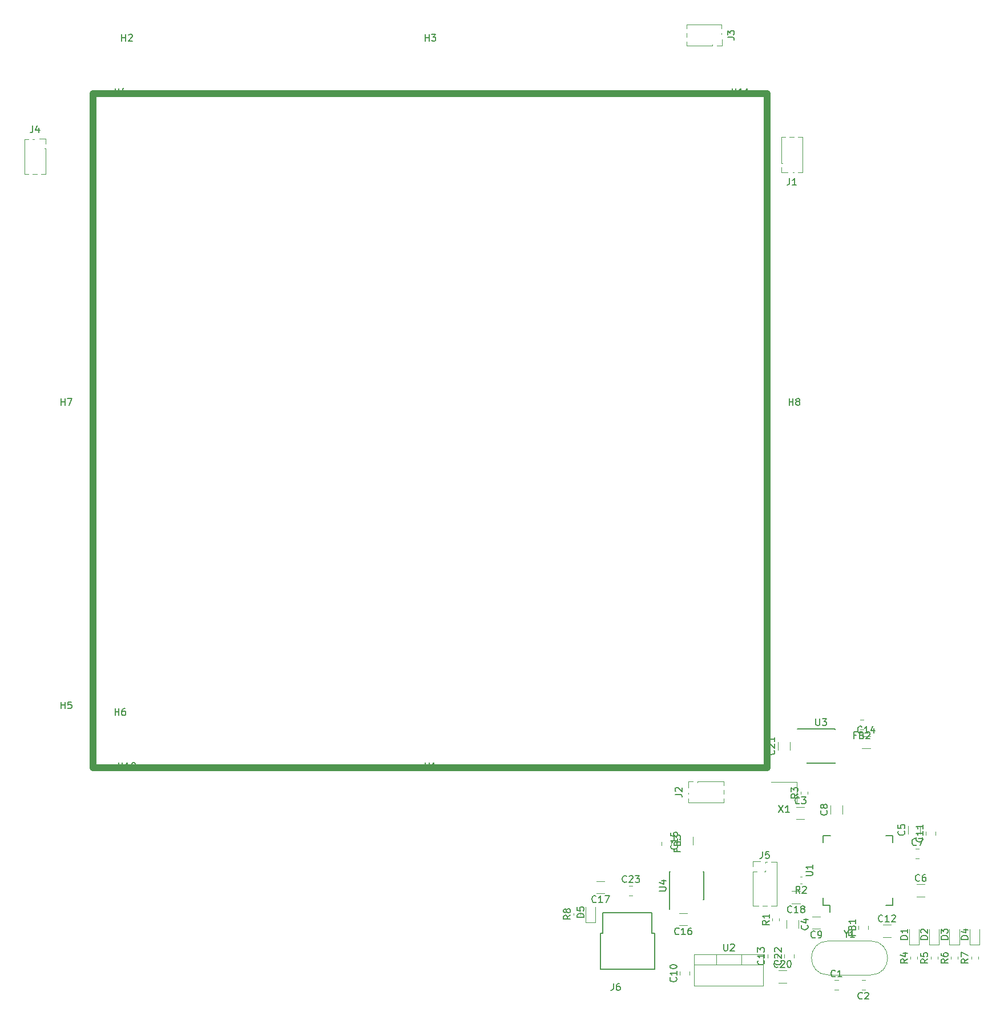
<source format=gto>
G04 #@! TF.GenerationSoftware,KiCad,Pcbnew,5.0.1*
G04 #@! TF.CreationDate,2019-01-16T19:26:08-05:00*
G04 #@! TF.ProjectId,main,6D61696E2E6B696361645F7063620000,rev?*
G04 #@! TF.SameCoordinates,Original*
G04 #@! TF.FileFunction,Legend,Top*
G04 #@! TF.FilePolarity,Positive*
%FSLAX46Y46*%
G04 Gerber Fmt 4.6, Leading zero omitted, Abs format (unit mm)*
G04 Created by KiCad (PCBNEW 5.0.1) date Wed 16 Jan 2019 07:26:08 PM EST*
%MOMM*%
%LPD*%
G01*
G04 APERTURE LIST*
%ADD10C,1.000000*%
%ADD11C,0.150000*%
%ADD12C,0.120000*%
G04 APERTURE END LIST*
D10*
X15000000Y-15000000D02*
X115000000Y-15000000D01*
X115000000Y-15000000D02*
X115000000Y-115000000D01*
X15000000Y-115000000D02*
X115000000Y-115000000D01*
X15000000Y-15000000D02*
X15000000Y-115000000D01*
D11*
G04 #@! TO.C,J6*
X90250000Y-144930000D02*
X98250000Y-144930000D01*
X98250000Y-139580000D02*
X98250000Y-144940000D01*
X90250000Y-139580000D02*
X90250000Y-144930000D01*
X90605000Y-136520000D02*
X97895000Y-136520000D01*
X97895000Y-136520000D02*
X97895000Y-139580000D01*
X90605000Y-136520000D02*
X90605000Y-139580000D01*
X97895000Y-139580000D02*
X98250000Y-139580000D01*
X90605000Y-139580000D02*
X90250000Y-139580000D01*
D12*
G04 #@! TO.C,R1*
X116760000Y-137700279D02*
X116760000Y-137374721D01*
X115740000Y-137700279D02*
X115740000Y-137374721D01*
G04 #@! TO.C,C4*
X119660000Y-137647936D02*
X119660000Y-138852064D01*
X117840000Y-137647936D02*
X117840000Y-138852064D01*
G04 #@! TO.C,C22*
X118960000Y-143258578D02*
X118960000Y-142741422D01*
X117540000Y-143258578D02*
X117540000Y-142741422D01*
G04 #@! TO.C,C13*
X115040000Y-143258578D02*
X115040000Y-142741422D01*
X116460000Y-143258578D02*
X116460000Y-142741422D01*
G04 #@! TO.C,C11*
X139960000Y-125008578D02*
X139960000Y-124491422D01*
X138540000Y-125008578D02*
X138540000Y-124491422D01*
G04 #@! TO.C,C10*
X102040000Y-145758578D02*
X102040000Y-145241422D01*
X103460000Y-145758578D02*
X103460000Y-145241422D01*
G04 #@! TO.C,C7*
X136991422Y-128460000D02*
X137508578Y-128460000D01*
X136991422Y-127040000D02*
X137508578Y-127040000D01*
G04 #@! TO.C,C1*
X124991422Y-146540000D02*
X125508578Y-146540000D01*
X124991422Y-147960000D02*
X125508578Y-147960000D01*
G04 #@! TO.C,C23*
X94491422Y-133960000D02*
X95008578Y-133960000D01*
X94491422Y-132540000D02*
X95008578Y-132540000D01*
G04 #@! TO.C,C2*
X129508578Y-147960000D02*
X128991422Y-147960000D01*
X129508578Y-146540000D02*
X128991422Y-146540000D01*
G04 #@! TO.C,C6*
X137147936Y-132340000D02*
X138352064Y-132340000D01*
X137147936Y-134160000D02*
X138352064Y-134160000D01*
G04 #@! TO.C,C5*
X137660000Y-124852064D02*
X137660000Y-123647936D01*
X135840000Y-124852064D02*
X135840000Y-123647936D01*
G04 #@! TO.C,C8*
X124340000Y-121852064D02*
X124340000Y-120647936D01*
X126160000Y-121852064D02*
X126160000Y-120647936D01*
G04 #@! TO.C,C9*
X122852064Y-137090000D02*
X121647936Y-137090000D01*
X122852064Y-138910000D02*
X121647936Y-138910000D01*
G04 #@! TO.C,C3*
X119297936Y-122660000D02*
X120502064Y-122660000D01*
X119297936Y-120840000D02*
X120502064Y-120840000D01*
G04 #@! TO.C,C12*
X132147936Y-138340000D02*
X133352064Y-138340000D01*
X132147936Y-140160000D02*
X133352064Y-140160000D01*
G04 #@! TO.C,C14*
X129061673Y-112160000D02*
X130265801Y-112160000D01*
X129061673Y-110340000D02*
X130265801Y-110340000D01*
G04 #@! TO.C,C15*
X102120000Y-126472064D02*
X102120000Y-125267936D01*
X103940000Y-126472064D02*
X103940000Y-125267936D01*
G04 #@! TO.C,C17*
X90852064Y-131840000D02*
X89647936Y-131840000D01*
X90852064Y-133660000D02*
X89647936Y-133660000D01*
G04 #@! TO.C,C18*
X119852064Y-135160000D02*
X118647936Y-135160000D01*
X119852064Y-133340000D02*
X118647936Y-133340000D01*
G04 #@! TO.C,C20*
X116647936Y-145090000D02*
X117852064Y-145090000D01*
X116647936Y-146910000D02*
X117852064Y-146910000D01*
G04 #@! TO.C,C21*
X118364145Y-112409442D02*
X118364145Y-111205314D01*
X116544145Y-112409442D02*
X116544145Y-111205314D01*
G04 #@! TO.C,C16*
X103132064Y-138430000D02*
X101927936Y-138430000D01*
X103132064Y-136610000D02*
X101927936Y-136610000D01*
G04 #@! TO.C,J5*
X112850000Y-135485000D02*
X113672470Y-135485000D01*
X115557530Y-135485000D02*
X116380000Y-135485000D01*
X114287530Y-135485000D02*
X114942470Y-135485000D01*
X112850000Y-130470000D02*
X112850000Y-135485000D01*
X116380000Y-129015000D02*
X116380000Y-135485000D01*
X112850000Y-130470000D02*
X113416529Y-130470000D01*
X114543471Y-130470000D02*
X114686529Y-130470000D01*
X114740000Y-130416529D02*
X114740000Y-130273471D01*
X114740000Y-129146529D02*
X114740000Y-129015000D01*
X114740000Y-129015000D02*
X114942470Y-129015000D01*
X115557530Y-129015000D02*
X116380000Y-129015000D01*
X112850000Y-129710000D02*
X112850000Y-128950000D01*
X112850000Y-128950000D02*
X113980000Y-128950000D01*
G04 #@! TO.C,J2*
X103240000Y-118000000D02*
X103240000Y-117050000D01*
X103240000Y-117050000D02*
X104000000Y-117050000D01*
X104635000Y-117240000D02*
X104635000Y-117050000D01*
X104635000Y-117050000D02*
X108505000Y-117050000D01*
X108505000Y-118962470D02*
X108505000Y-118307530D01*
X108505000Y-120220000D02*
X108505000Y-119577530D01*
X108505000Y-117692470D02*
X108505000Y-117050000D01*
X103305000Y-120220000D02*
X108505000Y-120220000D01*
X103305000Y-118962470D02*
X103305000Y-118760000D01*
X103305000Y-120220000D02*
X103305000Y-119577530D01*
G04 #@! TO.C,J1*
X120220000Y-26695000D02*
X119577530Y-26695000D01*
X118962470Y-26695000D02*
X118760000Y-26695000D01*
X120220000Y-26695000D02*
X120220000Y-21495000D01*
X117692470Y-21495000D02*
X117050000Y-21495000D01*
X120220000Y-21495000D02*
X119577530Y-21495000D01*
X118962470Y-21495000D02*
X118307530Y-21495000D01*
X117050000Y-25365000D02*
X117050000Y-21495000D01*
X117240000Y-25365000D02*
X117050000Y-25365000D01*
X117050000Y-26760000D02*
X117050000Y-26000000D01*
X118000000Y-26760000D02*
X117050000Y-26760000D01*
G04 #@! TO.C,J3*
X108260000Y-7000000D02*
X108260000Y-7950000D01*
X108260000Y-7950000D02*
X107500000Y-7950000D01*
X106865000Y-7760000D02*
X106865000Y-7950000D01*
X106865000Y-7950000D02*
X102995000Y-7950000D01*
X102995000Y-6037530D02*
X102995000Y-6692470D01*
X102995000Y-4780000D02*
X102995000Y-5422470D01*
X102995000Y-7307530D02*
X102995000Y-7950000D01*
X108195000Y-4780000D02*
X102995000Y-4780000D01*
X108195000Y-6037530D02*
X108195000Y-6240000D01*
X108195000Y-4780000D02*
X108195000Y-5422470D01*
G04 #@! TO.C,J4*
X4780000Y-21805000D02*
X5422470Y-21805000D01*
X6037530Y-21805000D02*
X6240000Y-21805000D01*
X4780000Y-21805000D02*
X4780000Y-27005000D01*
X7307530Y-27005000D02*
X7950000Y-27005000D01*
X4780000Y-27005000D02*
X5422470Y-27005000D01*
X6037530Y-27005000D02*
X6692470Y-27005000D01*
X7950000Y-23135000D02*
X7950000Y-27005000D01*
X7760000Y-23135000D02*
X7950000Y-23135000D01*
X7950000Y-21740000D02*
X7950000Y-22500000D01*
X7000000Y-21740000D02*
X7950000Y-21740000D01*
G04 #@! TO.C,Y1*
X124065000Y-140725000D02*
X130315000Y-140725000D01*
X124065000Y-145775000D02*
X130315000Y-145775000D01*
X124065000Y-145775000D02*
G75*
G02X124065000Y-140725000I0J2525000D01*
G01*
X130315000Y-145775000D02*
G75*
G03X130315000Y-140725000I0J2525000D01*
G01*
G04 #@! TO.C,FB1*
X128540000Y-139008578D02*
X128540000Y-138491422D01*
X129960000Y-139008578D02*
X129960000Y-138491422D01*
G04 #@! TO.C,FB2*
X129258578Y-107918900D02*
X128741422Y-107918900D01*
X129258578Y-109338900D02*
X128741422Y-109338900D01*
G04 #@! TO.C,FB3*
X100740000Y-126011422D02*
X100740000Y-126528578D01*
X99320000Y-126011422D02*
X99320000Y-126528578D01*
G04 #@! TO.C,D1*
X136015000Y-138950000D02*
X136015000Y-141235000D01*
X136015000Y-141235000D02*
X137485000Y-141235000D01*
X137485000Y-141235000D02*
X137485000Y-138950000D01*
G04 #@! TO.C,D2*
X140485000Y-141235000D02*
X140485000Y-138950000D01*
X139015000Y-141235000D02*
X140485000Y-141235000D01*
X139015000Y-138950000D02*
X139015000Y-141235000D01*
G04 #@! TO.C,D3*
X142015000Y-138950000D02*
X142015000Y-141235000D01*
X142015000Y-141235000D02*
X143485000Y-141235000D01*
X143485000Y-141235000D02*
X143485000Y-138950000D01*
G04 #@! TO.C,D4*
X146485000Y-141235000D02*
X146485000Y-138950000D01*
X145015000Y-141235000D02*
X146485000Y-141235000D01*
X145015000Y-138950000D02*
X145015000Y-141235000D01*
G04 #@! TO.C,D5*
X88015000Y-135662500D02*
X88015000Y-137947500D01*
X88015000Y-137947500D02*
X89485000Y-137947500D01*
X89485000Y-137947500D02*
X89485000Y-135662500D01*
G04 #@! TO.C,X1*
X119400000Y-120325000D02*
X119400000Y-117175000D01*
X119400000Y-117175000D02*
X115600000Y-117175000D01*
D11*
G04 #@! TO.C,U1*
X123275000Y-135425000D02*
X124275000Y-135425000D01*
X123275000Y-125075000D02*
X124350000Y-125075000D01*
X133625000Y-125075000D02*
X132550000Y-125075000D01*
X133625000Y-135425000D02*
X132550000Y-135425000D01*
X123275000Y-135425000D02*
X123275000Y-134350000D01*
X133625000Y-135425000D02*
X133625000Y-134350000D01*
X133625000Y-125075000D02*
X133625000Y-126150000D01*
X123275000Y-125075000D02*
X123275000Y-126150000D01*
X124275000Y-135425000D02*
X124275000Y-136450000D01*
G04 #@! TO.C,U3*
X120879145Y-109282378D02*
X119479145Y-109282378D01*
X120879145Y-114382378D02*
X125029145Y-114382378D01*
X120879145Y-109232378D02*
X125029145Y-109232378D01*
X120879145Y-114382378D02*
X120879145Y-114237378D01*
X125029145Y-114382378D02*
X125029145Y-114237378D01*
X125029145Y-109232378D02*
X125029145Y-109377378D01*
X120879145Y-109232378D02*
X120879145Y-109282378D01*
G04 #@! TO.C,U4*
X100455000Y-134595000D02*
X100505000Y-134595000D01*
X100455000Y-130445000D02*
X100600000Y-130445000D01*
X105605000Y-130445000D02*
X105460000Y-130445000D01*
X105605000Y-134595000D02*
X105460000Y-134595000D01*
X100455000Y-134595000D02*
X100455000Y-130445000D01*
X105605000Y-134595000D02*
X105605000Y-130445000D01*
X100505000Y-134595000D02*
X100505000Y-135995000D01*
D12*
G04 #@! TO.C,U2*
X104170000Y-142730000D02*
X114410000Y-142730000D01*
X104170000Y-147371000D02*
X114410000Y-147371000D01*
X104170000Y-142730000D02*
X104170000Y-147371000D01*
X114410000Y-142730000D02*
X114410000Y-147371000D01*
X104170000Y-144240000D02*
X114410000Y-144240000D01*
X107440000Y-142730000D02*
X107440000Y-144240000D01*
X111141000Y-142730000D02*
X111141000Y-144240000D01*
G04 #@! TO.C,R2*
X120162779Y-132260000D02*
X119837221Y-132260000D01*
X120162779Y-131240000D02*
X119837221Y-131240000D01*
G04 #@! TO.C,R3*
X121010000Y-118912779D02*
X121010000Y-118587221D01*
X119990000Y-118912779D02*
X119990000Y-118587221D01*
G04 #@! TO.C,R4*
X136240000Y-143412779D02*
X136240000Y-143087221D01*
X137260000Y-143412779D02*
X137260000Y-143087221D01*
G04 #@! TO.C,R5*
X140260000Y-143412779D02*
X140260000Y-143087221D01*
X139240000Y-143412779D02*
X139240000Y-143087221D01*
G04 #@! TO.C,R6*
X142240000Y-143412779D02*
X142240000Y-143087221D01*
X143260000Y-143412779D02*
X143260000Y-143087221D01*
G04 #@! TO.C,R7*
X146260000Y-143412779D02*
X146260000Y-143087221D01*
X145240000Y-143412779D02*
X145240000Y-143087221D01*
G04 #@! TO.C,R8*
X86240000Y-136912779D02*
X86240000Y-136587221D01*
X87260000Y-136912779D02*
X87260000Y-136587221D01*
G04 #@! TO.C,J6*
D11*
X92166666Y-147040380D02*
X92166666Y-147754666D01*
X92119047Y-147897523D01*
X92023809Y-147992761D01*
X91880952Y-148040380D01*
X91785714Y-148040380D01*
X93071428Y-147040380D02*
X92880952Y-147040380D01*
X92785714Y-147088000D01*
X92738095Y-147135619D01*
X92642857Y-147278476D01*
X92595238Y-147468952D01*
X92595238Y-147849904D01*
X92642857Y-147945142D01*
X92690476Y-147992761D01*
X92785714Y-148040380D01*
X92976190Y-148040380D01*
X93071428Y-147992761D01*
X93119047Y-147945142D01*
X93166666Y-147849904D01*
X93166666Y-147611809D01*
X93119047Y-147516571D01*
X93071428Y-147468952D01*
X92976190Y-147421333D01*
X92785714Y-147421333D01*
X92690476Y-147468952D01*
X92642857Y-147516571D01*
X92595238Y-147611809D01*
G04 #@! TO.C,H4*
X18238095Y-15252380D02*
X18238095Y-14252380D01*
X18238095Y-14728571D02*
X18809523Y-14728571D01*
X18809523Y-15252380D02*
X18809523Y-14252380D01*
X19714285Y-14585714D02*
X19714285Y-15252380D01*
X19476190Y-14204761D02*
X19238095Y-14919047D01*
X19857142Y-14919047D01*
G04 #@! TO.C,H3*
X64238095Y-7252380D02*
X64238095Y-6252380D01*
X64238095Y-6728571D02*
X64809523Y-6728571D01*
X64809523Y-7252380D02*
X64809523Y-6252380D01*
X65190476Y-6252380D02*
X65809523Y-6252380D01*
X65476190Y-6633333D01*
X65619047Y-6633333D01*
X65714285Y-6680952D01*
X65761904Y-6728571D01*
X65809523Y-6823809D01*
X65809523Y-7061904D01*
X65761904Y-7157142D01*
X65714285Y-7204761D01*
X65619047Y-7252380D01*
X65333333Y-7252380D01*
X65238095Y-7204761D01*
X65190476Y-7157142D01*
G04 #@! TO.C,H2*
X19238095Y-7252380D02*
X19238095Y-6252380D01*
X19238095Y-6728571D02*
X19809523Y-6728571D01*
X19809523Y-7252380D02*
X19809523Y-6252380D01*
X20238095Y-6347619D02*
X20285714Y-6300000D01*
X20380952Y-6252380D01*
X20619047Y-6252380D01*
X20714285Y-6300000D01*
X20761904Y-6347619D01*
X20809523Y-6442857D01*
X20809523Y-6538095D01*
X20761904Y-6680952D01*
X20190476Y-7252380D01*
X20809523Y-7252380D01*
G04 #@! TO.C,H1*
X64238095Y-115252380D02*
X64238095Y-114252380D01*
X64238095Y-114728571D02*
X64809523Y-114728571D01*
X64809523Y-115252380D02*
X64809523Y-114252380D01*
X65809523Y-115252380D02*
X65238095Y-115252380D01*
X65523809Y-115252380D02*
X65523809Y-114252380D01*
X65428571Y-114395238D01*
X65333333Y-114490476D01*
X65238095Y-114538095D01*
G04 #@! TO.C,H5*
X10238095Y-106252380D02*
X10238095Y-105252380D01*
X10238095Y-105728571D02*
X10809523Y-105728571D01*
X10809523Y-106252380D02*
X10809523Y-105252380D01*
X11761904Y-105252380D02*
X11285714Y-105252380D01*
X11238095Y-105728571D01*
X11285714Y-105680952D01*
X11380952Y-105633333D01*
X11619047Y-105633333D01*
X11714285Y-105680952D01*
X11761904Y-105728571D01*
X11809523Y-105823809D01*
X11809523Y-106061904D01*
X11761904Y-106157142D01*
X11714285Y-106204761D01*
X11619047Y-106252380D01*
X11380952Y-106252380D01*
X11285714Y-106204761D01*
X11238095Y-106157142D01*
G04 #@! TO.C,H7*
X10238095Y-61252380D02*
X10238095Y-60252380D01*
X10238095Y-60728571D02*
X10809523Y-60728571D01*
X10809523Y-61252380D02*
X10809523Y-60252380D01*
X11190476Y-60252380D02*
X11857142Y-60252380D01*
X11428571Y-61252380D01*
G04 #@! TO.C,H8*
X118238095Y-61252380D02*
X118238095Y-60252380D01*
X118238095Y-60728571D02*
X118809523Y-60728571D01*
X118809523Y-61252380D02*
X118809523Y-60252380D01*
X119428571Y-60680952D02*
X119333333Y-60633333D01*
X119285714Y-60585714D01*
X119238095Y-60490476D01*
X119238095Y-60442857D01*
X119285714Y-60347619D01*
X119333333Y-60300000D01*
X119428571Y-60252380D01*
X119619047Y-60252380D01*
X119714285Y-60300000D01*
X119761904Y-60347619D01*
X119809523Y-60442857D01*
X119809523Y-60490476D01*
X119761904Y-60585714D01*
X119714285Y-60633333D01*
X119619047Y-60680952D01*
X119428571Y-60680952D01*
X119333333Y-60728571D01*
X119285714Y-60776190D01*
X119238095Y-60871428D01*
X119238095Y-61061904D01*
X119285714Y-61157142D01*
X119333333Y-61204761D01*
X119428571Y-61252380D01*
X119619047Y-61252380D01*
X119714285Y-61204761D01*
X119761904Y-61157142D01*
X119809523Y-61061904D01*
X119809523Y-60871428D01*
X119761904Y-60776190D01*
X119714285Y-60728571D01*
X119619047Y-60680952D01*
G04 #@! TO.C,H10*
X18761904Y-115252380D02*
X18761904Y-114252380D01*
X18761904Y-114728571D02*
X19333333Y-114728571D01*
X19333333Y-115252380D02*
X19333333Y-114252380D01*
X20333333Y-115252380D02*
X19761904Y-115252380D01*
X20047619Y-115252380D02*
X20047619Y-114252380D01*
X19952380Y-114395238D01*
X19857142Y-114490476D01*
X19761904Y-114538095D01*
X20952380Y-114252380D02*
X21047619Y-114252380D01*
X21142857Y-114300000D01*
X21190476Y-114347619D01*
X21238095Y-114442857D01*
X21285714Y-114633333D01*
X21285714Y-114871428D01*
X21238095Y-115061904D01*
X21190476Y-115157142D01*
X21142857Y-115204761D01*
X21047619Y-115252380D01*
X20952380Y-115252380D01*
X20857142Y-115204761D01*
X20809523Y-115157142D01*
X20761904Y-115061904D01*
X20714285Y-114871428D01*
X20714285Y-114633333D01*
X20761904Y-114442857D01*
X20809523Y-114347619D01*
X20857142Y-114300000D01*
X20952380Y-114252380D01*
G04 #@! TO.C,H11*
X109761904Y-15252380D02*
X109761904Y-14252380D01*
X109761904Y-14728571D02*
X110333333Y-14728571D01*
X110333333Y-15252380D02*
X110333333Y-14252380D01*
X111333333Y-15252380D02*
X110761904Y-15252380D01*
X111047619Y-15252380D02*
X111047619Y-14252380D01*
X110952380Y-14395238D01*
X110857142Y-14490476D01*
X110761904Y-14538095D01*
X112285714Y-15252380D02*
X111714285Y-15252380D01*
X112000000Y-15252380D02*
X112000000Y-14252380D01*
X111904761Y-14395238D01*
X111809523Y-14490476D01*
X111714285Y-14538095D01*
G04 #@! TO.C,H6*
X18238095Y-107252380D02*
X18238095Y-106252380D01*
X18238095Y-106728571D02*
X18809523Y-106728571D01*
X18809523Y-107252380D02*
X18809523Y-106252380D01*
X19714285Y-106252380D02*
X19523809Y-106252380D01*
X19428571Y-106300000D01*
X19380952Y-106347619D01*
X19285714Y-106490476D01*
X19238095Y-106680952D01*
X19238095Y-107061904D01*
X19285714Y-107157142D01*
X19333333Y-107204761D01*
X19428571Y-107252380D01*
X19619047Y-107252380D01*
X19714285Y-107204761D01*
X19761904Y-107157142D01*
X19809523Y-107061904D01*
X19809523Y-106823809D01*
X19761904Y-106728571D01*
X19714285Y-106680952D01*
X19619047Y-106633333D01*
X19428571Y-106633333D01*
X19333333Y-106680952D01*
X19285714Y-106728571D01*
X19238095Y-106823809D01*
G04 #@! TO.C,R1*
X115272380Y-137704166D02*
X114796190Y-138037500D01*
X115272380Y-138275595D02*
X114272380Y-138275595D01*
X114272380Y-137894642D01*
X114320000Y-137799404D01*
X114367619Y-137751785D01*
X114462857Y-137704166D01*
X114605714Y-137704166D01*
X114700952Y-137751785D01*
X114748571Y-137799404D01*
X114796190Y-137894642D01*
X114796190Y-138275595D01*
X115272380Y-136751785D02*
X115272380Y-137323214D01*
X115272380Y-137037500D02*
X114272380Y-137037500D01*
X114415238Y-137132738D01*
X114510476Y-137227976D01*
X114558095Y-137323214D01*
G04 #@! TO.C,C4*
X120927142Y-138416666D02*
X120974761Y-138464285D01*
X121022380Y-138607142D01*
X121022380Y-138702380D01*
X120974761Y-138845238D01*
X120879523Y-138940476D01*
X120784285Y-138988095D01*
X120593809Y-139035714D01*
X120450952Y-139035714D01*
X120260476Y-138988095D01*
X120165238Y-138940476D01*
X120070000Y-138845238D01*
X120022380Y-138702380D01*
X120022380Y-138607142D01*
X120070000Y-138464285D01*
X120117619Y-138416666D01*
X120355714Y-137559523D02*
X121022380Y-137559523D01*
X119974761Y-137797619D02*
X120689047Y-138035714D01*
X120689047Y-137416666D01*
G04 #@! TO.C,C22*
X116957142Y-143642857D02*
X117004761Y-143690476D01*
X117052380Y-143833333D01*
X117052380Y-143928571D01*
X117004761Y-144071428D01*
X116909523Y-144166666D01*
X116814285Y-144214285D01*
X116623809Y-144261904D01*
X116480952Y-144261904D01*
X116290476Y-144214285D01*
X116195238Y-144166666D01*
X116100000Y-144071428D01*
X116052380Y-143928571D01*
X116052380Y-143833333D01*
X116100000Y-143690476D01*
X116147619Y-143642857D01*
X116147619Y-143261904D02*
X116100000Y-143214285D01*
X116052380Y-143119047D01*
X116052380Y-142880952D01*
X116100000Y-142785714D01*
X116147619Y-142738095D01*
X116242857Y-142690476D01*
X116338095Y-142690476D01*
X116480952Y-142738095D01*
X117052380Y-143309523D01*
X117052380Y-142690476D01*
X116147619Y-142309523D02*
X116100000Y-142261904D01*
X116052380Y-142166666D01*
X116052380Y-141928571D01*
X116100000Y-141833333D01*
X116147619Y-141785714D01*
X116242857Y-141738095D01*
X116338095Y-141738095D01*
X116480952Y-141785714D01*
X117052380Y-142357142D01*
X117052380Y-141738095D01*
G04 #@! TO.C,C13*
X114457142Y-143642857D02*
X114504761Y-143690476D01*
X114552380Y-143833333D01*
X114552380Y-143928571D01*
X114504761Y-144071428D01*
X114409523Y-144166666D01*
X114314285Y-144214285D01*
X114123809Y-144261904D01*
X113980952Y-144261904D01*
X113790476Y-144214285D01*
X113695238Y-144166666D01*
X113600000Y-144071428D01*
X113552380Y-143928571D01*
X113552380Y-143833333D01*
X113600000Y-143690476D01*
X113647619Y-143642857D01*
X114552380Y-142690476D02*
X114552380Y-143261904D01*
X114552380Y-142976190D02*
X113552380Y-142976190D01*
X113695238Y-143071428D01*
X113790476Y-143166666D01*
X113838095Y-143261904D01*
X113552380Y-142357142D02*
X113552380Y-141738095D01*
X113933333Y-142071428D01*
X113933333Y-141928571D01*
X113980952Y-141833333D01*
X114028571Y-141785714D01*
X114123809Y-141738095D01*
X114361904Y-141738095D01*
X114457142Y-141785714D01*
X114504761Y-141833333D01*
X114552380Y-141928571D01*
X114552380Y-142214285D01*
X114504761Y-142309523D01*
X114457142Y-142357142D01*
G04 #@! TO.C,C11*
X137957142Y-125392857D02*
X138004761Y-125440476D01*
X138052380Y-125583333D01*
X138052380Y-125678571D01*
X138004761Y-125821428D01*
X137909523Y-125916666D01*
X137814285Y-125964285D01*
X137623809Y-126011904D01*
X137480952Y-126011904D01*
X137290476Y-125964285D01*
X137195238Y-125916666D01*
X137100000Y-125821428D01*
X137052380Y-125678571D01*
X137052380Y-125583333D01*
X137100000Y-125440476D01*
X137147619Y-125392857D01*
X138052380Y-124440476D02*
X138052380Y-125011904D01*
X138052380Y-124726190D02*
X137052380Y-124726190D01*
X137195238Y-124821428D01*
X137290476Y-124916666D01*
X137338095Y-125011904D01*
X138052380Y-123488095D02*
X138052380Y-124059523D01*
X138052380Y-123773809D02*
X137052380Y-123773809D01*
X137195238Y-123869047D01*
X137290476Y-123964285D01*
X137338095Y-124059523D01*
G04 #@! TO.C,C10*
X101457142Y-146142857D02*
X101504761Y-146190476D01*
X101552380Y-146333333D01*
X101552380Y-146428571D01*
X101504761Y-146571428D01*
X101409523Y-146666666D01*
X101314285Y-146714285D01*
X101123809Y-146761904D01*
X100980952Y-146761904D01*
X100790476Y-146714285D01*
X100695238Y-146666666D01*
X100600000Y-146571428D01*
X100552380Y-146428571D01*
X100552380Y-146333333D01*
X100600000Y-146190476D01*
X100647619Y-146142857D01*
X101552380Y-145190476D02*
X101552380Y-145761904D01*
X101552380Y-145476190D02*
X100552380Y-145476190D01*
X100695238Y-145571428D01*
X100790476Y-145666666D01*
X100838095Y-145761904D01*
X100552380Y-144571428D02*
X100552380Y-144476190D01*
X100600000Y-144380952D01*
X100647619Y-144333333D01*
X100742857Y-144285714D01*
X100933333Y-144238095D01*
X101171428Y-144238095D01*
X101361904Y-144285714D01*
X101457142Y-144333333D01*
X101504761Y-144380952D01*
X101552380Y-144476190D01*
X101552380Y-144571428D01*
X101504761Y-144666666D01*
X101457142Y-144714285D01*
X101361904Y-144761904D01*
X101171428Y-144809523D01*
X100933333Y-144809523D01*
X100742857Y-144761904D01*
X100647619Y-144714285D01*
X100600000Y-144666666D01*
X100552380Y-144571428D01*
G04 #@! TO.C,C7*
X137083333Y-126457142D02*
X137035714Y-126504761D01*
X136892857Y-126552380D01*
X136797619Y-126552380D01*
X136654761Y-126504761D01*
X136559523Y-126409523D01*
X136511904Y-126314285D01*
X136464285Y-126123809D01*
X136464285Y-125980952D01*
X136511904Y-125790476D01*
X136559523Y-125695238D01*
X136654761Y-125600000D01*
X136797619Y-125552380D01*
X136892857Y-125552380D01*
X137035714Y-125600000D01*
X137083333Y-125647619D01*
X137416666Y-125552380D02*
X138083333Y-125552380D01*
X137654761Y-126552380D01*
G04 #@! TO.C,C1*
X125083333Y-145957142D02*
X125035714Y-146004761D01*
X124892857Y-146052380D01*
X124797619Y-146052380D01*
X124654761Y-146004761D01*
X124559523Y-145909523D01*
X124511904Y-145814285D01*
X124464285Y-145623809D01*
X124464285Y-145480952D01*
X124511904Y-145290476D01*
X124559523Y-145195238D01*
X124654761Y-145100000D01*
X124797619Y-145052380D01*
X124892857Y-145052380D01*
X125035714Y-145100000D01*
X125083333Y-145147619D01*
X126035714Y-146052380D02*
X125464285Y-146052380D01*
X125750000Y-146052380D02*
X125750000Y-145052380D01*
X125654761Y-145195238D01*
X125559523Y-145290476D01*
X125464285Y-145338095D01*
G04 #@! TO.C,C23*
X94107142Y-131957142D02*
X94059523Y-132004761D01*
X93916666Y-132052380D01*
X93821428Y-132052380D01*
X93678571Y-132004761D01*
X93583333Y-131909523D01*
X93535714Y-131814285D01*
X93488095Y-131623809D01*
X93488095Y-131480952D01*
X93535714Y-131290476D01*
X93583333Y-131195238D01*
X93678571Y-131100000D01*
X93821428Y-131052380D01*
X93916666Y-131052380D01*
X94059523Y-131100000D01*
X94107142Y-131147619D01*
X94488095Y-131147619D02*
X94535714Y-131100000D01*
X94630952Y-131052380D01*
X94869047Y-131052380D01*
X94964285Y-131100000D01*
X95011904Y-131147619D01*
X95059523Y-131242857D01*
X95059523Y-131338095D01*
X95011904Y-131480952D01*
X94440476Y-132052380D01*
X95059523Y-132052380D01*
X95392857Y-131052380D02*
X96011904Y-131052380D01*
X95678571Y-131433333D01*
X95821428Y-131433333D01*
X95916666Y-131480952D01*
X95964285Y-131528571D01*
X96011904Y-131623809D01*
X96011904Y-131861904D01*
X95964285Y-131957142D01*
X95916666Y-132004761D01*
X95821428Y-132052380D01*
X95535714Y-132052380D01*
X95440476Y-132004761D01*
X95392857Y-131957142D01*
G04 #@! TO.C,C2*
X129083333Y-149257142D02*
X129035714Y-149304761D01*
X128892857Y-149352380D01*
X128797619Y-149352380D01*
X128654761Y-149304761D01*
X128559523Y-149209523D01*
X128511904Y-149114285D01*
X128464285Y-148923809D01*
X128464285Y-148780952D01*
X128511904Y-148590476D01*
X128559523Y-148495238D01*
X128654761Y-148400000D01*
X128797619Y-148352380D01*
X128892857Y-148352380D01*
X129035714Y-148400000D01*
X129083333Y-148447619D01*
X129464285Y-148447619D02*
X129511904Y-148400000D01*
X129607142Y-148352380D01*
X129845238Y-148352380D01*
X129940476Y-148400000D01*
X129988095Y-148447619D01*
X130035714Y-148542857D01*
X130035714Y-148638095D01*
X129988095Y-148780952D01*
X129416666Y-149352380D01*
X130035714Y-149352380D01*
G04 #@! TO.C,C6*
X137583333Y-131787142D02*
X137535714Y-131834761D01*
X137392857Y-131882380D01*
X137297619Y-131882380D01*
X137154761Y-131834761D01*
X137059523Y-131739523D01*
X137011904Y-131644285D01*
X136964285Y-131453809D01*
X136964285Y-131310952D01*
X137011904Y-131120476D01*
X137059523Y-131025238D01*
X137154761Y-130930000D01*
X137297619Y-130882380D01*
X137392857Y-130882380D01*
X137535714Y-130930000D01*
X137583333Y-130977619D01*
X138440476Y-130882380D02*
X138250000Y-130882380D01*
X138154761Y-130930000D01*
X138107142Y-130977619D01*
X138011904Y-131120476D01*
X137964285Y-131310952D01*
X137964285Y-131691904D01*
X138011904Y-131787142D01*
X138059523Y-131834761D01*
X138154761Y-131882380D01*
X138345238Y-131882380D01*
X138440476Y-131834761D01*
X138488095Y-131787142D01*
X138535714Y-131691904D01*
X138535714Y-131453809D01*
X138488095Y-131358571D01*
X138440476Y-131310952D01*
X138345238Y-131263333D01*
X138154761Y-131263333D01*
X138059523Y-131310952D01*
X138011904Y-131358571D01*
X137964285Y-131453809D01*
G04 #@! TO.C,C5*
X135287142Y-124416666D02*
X135334761Y-124464285D01*
X135382380Y-124607142D01*
X135382380Y-124702380D01*
X135334761Y-124845238D01*
X135239523Y-124940476D01*
X135144285Y-124988095D01*
X134953809Y-125035714D01*
X134810952Y-125035714D01*
X134620476Y-124988095D01*
X134525238Y-124940476D01*
X134430000Y-124845238D01*
X134382380Y-124702380D01*
X134382380Y-124607142D01*
X134430000Y-124464285D01*
X134477619Y-124416666D01*
X134382380Y-123511904D02*
X134382380Y-123988095D01*
X134858571Y-124035714D01*
X134810952Y-123988095D01*
X134763333Y-123892857D01*
X134763333Y-123654761D01*
X134810952Y-123559523D01*
X134858571Y-123511904D01*
X134953809Y-123464285D01*
X135191904Y-123464285D01*
X135287142Y-123511904D01*
X135334761Y-123559523D01*
X135382380Y-123654761D01*
X135382380Y-123892857D01*
X135334761Y-123988095D01*
X135287142Y-124035714D01*
G04 #@! TO.C,C8*
X123787142Y-121416666D02*
X123834761Y-121464285D01*
X123882380Y-121607142D01*
X123882380Y-121702380D01*
X123834761Y-121845238D01*
X123739523Y-121940476D01*
X123644285Y-121988095D01*
X123453809Y-122035714D01*
X123310952Y-122035714D01*
X123120476Y-121988095D01*
X123025238Y-121940476D01*
X122930000Y-121845238D01*
X122882380Y-121702380D01*
X122882380Y-121607142D01*
X122930000Y-121464285D01*
X122977619Y-121416666D01*
X123310952Y-120845238D02*
X123263333Y-120940476D01*
X123215714Y-120988095D01*
X123120476Y-121035714D01*
X123072857Y-121035714D01*
X122977619Y-120988095D01*
X122930000Y-120940476D01*
X122882380Y-120845238D01*
X122882380Y-120654761D01*
X122930000Y-120559523D01*
X122977619Y-120511904D01*
X123072857Y-120464285D01*
X123120476Y-120464285D01*
X123215714Y-120511904D01*
X123263333Y-120559523D01*
X123310952Y-120654761D01*
X123310952Y-120845238D01*
X123358571Y-120940476D01*
X123406190Y-120988095D01*
X123501428Y-121035714D01*
X123691904Y-121035714D01*
X123787142Y-120988095D01*
X123834761Y-120940476D01*
X123882380Y-120845238D01*
X123882380Y-120654761D01*
X123834761Y-120559523D01*
X123787142Y-120511904D01*
X123691904Y-120464285D01*
X123501428Y-120464285D01*
X123406190Y-120511904D01*
X123358571Y-120559523D01*
X123310952Y-120654761D01*
G04 #@! TO.C,C9*
X122083333Y-140177142D02*
X122035714Y-140224761D01*
X121892857Y-140272380D01*
X121797619Y-140272380D01*
X121654761Y-140224761D01*
X121559523Y-140129523D01*
X121511904Y-140034285D01*
X121464285Y-139843809D01*
X121464285Y-139700952D01*
X121511904Y-139510476D01*
X121559523Y-139415238D01*
X121654761Y-139320000D01*
X121797619Y-139272380D01*
X121892857Y-139272380D01*
X122035714Y-139320000D01*
X122083333Y-139367619D01*
X122559523Y-140272380D02*
X122750000Y-140272380D01*
X122845238Y-140224761D01*
X122892857Y-140177142D01*
X122988095Y-140034285D01*
X123035714Y-139843809D01*
X123035714Y-139462857D01*
X122988095Y-139367619D01*
X122940476Y-139320000D01*
X122845238Y-139272380D01*
X122654761Y-139272380D01*
X122559523Y-139320000D01*
X122511904Y-139367619D01*
X122464285Y-139462857D01*
X122464285Y-139700952D01*
X122511904Y-139796190D01*
X122559523Y-139843809D01*
X122654761Y-139891428D01*
X122845238Y-139891428D01*
X122940476Y-139843809D01*
X122988095Y-139796190D01*
X123035714Y-139700952D01*
G04 #@! TO.C,C3*
X119733333Y-120287142D02*
X119685714Y-120334761D01*
X119542857Y-120382380D01*
X119447619Y-120382380D01*
X119304761Y-120334761D01*
X119209523Y-120239523D01*
X119161904Y-120144285D01*
X119114285Y-119953809D01*
X119114285Y-119810952D01*
X119161904Y-119620476D01*
X119209523Y-119525238D01*
X119304761Y-119430000D01*
X119447619Y-119382380D01*
X119542857Y-119382380D01*
X119685714Y-119430000D01*
X119733333Y-119477619D01*
X120066666Y-119382380D02*
X120685714Y-119382380D01*
X120352380Y-119763333D01*
X120495238Y-119763333D01*
X120590476Y-119810952D01*
X120638095Y-119858571D01*
X120685714Y-119953809D01*
X120685714Y-120191904D01*
X120638095Y-120287142D01*
X120590476Y-120334761D01*
X120495238Y-120382380D01*
X120209523Y-120382380D01*
X120114285Y-120334761D01*
X120066666Y-120287142D01*
G04 #@! TO.C,C12*
X132107142Y-137787142D02*
X132059523Y-137834761D01*
X131916666Y-137882380D01*
X131821428Y-137882380D01*
X131678571Y-137834761D01*
X131583333Y-137739523D01*
X131535714Y-137644285D01*
X131488095Y-137453809D01*
X131488095Y-137310952D01*
X131535714Y-137120476D01*
X131583333Y-137025238D01*
X131678571Y-136930000D01*
X131821428Y-136882380D01*
X131916666Y-136882380D01*
X132059523Y-136930000D01*
X132107142Y-136977619D01*
X133059523Y-137882380D02*
X132488095Y-137882380D01*
X132773809Y-137882380D02*
X132773809Y-136882380D01*
X132678571Y-137025238D01*
X132583333Y-137120476D01*
X132488095Y-137168095D01*
X133440476Y-136977619D02*
X133488095Y-136930000D01*
X133583333Y-136882380D01*
X133821428Y-136882380D01*
X133916666Y-136930000D01*
X133964285Y-136977619D01*
X134011904Y-137072857D01*
X134011904Y-137168095D01*
X133964285Y-137310952D01*
X133392857Y-137882380D01*
X134011904Y-137882380D01*
G04 #@! TO.C,C14*
X129020879Y-109787142D02*
X128973260Y-109834761D01*
X128830403Y-109882380D01*
X128735165Y-109882380D01*
X128592308Y-109834761D01*
X128497070Y-109739523D01*
X128449451Y-109644285D01*
X128401832Y-109453809D01*
X128401832Y-109310952D01*
X128449451Y-109120476D01*
X128497070Y-109025238D01*
X128592308Y-108930000D01*
X128735165Y-108882380D01*
X128830403Y-108882380D01*
X128973260Y-108930000D01*
X129020879Y-108977619D01*
X129973260Y-109882380D02*
X129401832Y-109882380D01*
X129687546Y-109882380D02*
X129687546Y-108882380D01*
X129592308Y-109025238D01*
X129497070Y-109120476D01*
X129401832Y-109168095D01*
X130830403Y-109215714D02*
X130830403Y-109882380D01*
X130592308Y-108834761D02*
X130354213Y-109549047D01*
X130973260Y-109549047D01*
G04 #@! TO.C,C15*
X101567142Y-126512857D02*
X101614761Y-126560476D01*
X101662380Y-126703333D01*
X101662380Y-126798571D01*
X101614761Y-126941428D01*
X101519523Y-127036666D01*
X101424285Y-127084285D01*
X101233809Y-127131904D01*
X101090952Y-127131904D01*
X100900476Y-127084285D01*
X100805238Y-127036666D01*
X100710000Y-126941428D01*
X100662380Y-126798571D01*
X100662380Y-126703333D01*
X100710000Y-126560476D01*
X100757619Y-126512857D01*
X101662380Y-125560476D02*
X101662380Y-126131904D01*
X101662380Y-125846190D02*
X100662380Y-125846190D01*
X100805238Y-125941428D01*
X100900476Y-126036666D01*
X100948095Y-126131904D01*
X100662380Y-124655714D02*
X100662380Y-125131904D01*
X101138571Y-125179523D01*
X101090952Y-125131904D01*
X101043333Y-125036666D01*
X101043333Y-124798571D01*
X101090952Y-124703333D01*
X101138571Y-124655714D01*
X101233809Y-124608095D01*
X101471904Y-124608095D01*
X101567142Y-124655714D01*
X101614761Y-124703333D01*
X101662380Y-124798571D01*
X101662380Y-125036666D01*
X101614761Y-125131904D01*
X101567142Y-125179523D01*
G04 #@! TO.C,C17*
X89607142Y-134927142D02*
X89559523Y-134974761D01*
X89416666Y-135022380D01*
X89321428Y-135022380D01*
X89178571Y-134974761D01*
X89083333Y-134879523D01*
X89035714Y-134784285D01*
X88988095Y-134593809D01*
X88988095Y-134450952D01*
X89035714Y-134260476D01*
X89083333Y-134165238D01*
X89178571Y-134070000D01*
X89321428Y-134022380D01*
X89416666Y-134022380D01*
X89559523Y-134070000D01*
X89607142Y-134117619D01*
X90559523Y-135022380D02*
X89988095Y-135022380D01*
X90273809Y-135022380D02*
X90273809Y-134022380D01*
X90178571Y-134165238D01*
X90083333Y-134260476D01*
X89988095Y-134308095D01*
X90892857Y-134022380D02*
X91559523Y-134022380D01*
X91130952Y-135022380D01*
G04 #@! TO.C,C18*
X118607142Y-136427142D02*
X118559523Y-136474761D01*
X118416666Y-136522380D01*
X118321428Y-136522380D01*
X118178571Y-136474761D01*
X118083333Y-136379523D01*
X118035714Y-136284285D01*
X117988095Y-136093809D01*
X117988095Y-135950952D01*
X118035714Y-135760476D01*
X118083333Y-135665238D01*
X118178571Y-135570000D01*
X118321428Y-135522380D01*
X118416666Y-135522380D01*
X118559523Y-135570000D01*
X118607142Y-135617619D01*
X119559523Y-136522380D02*
X118988095Y-136522380D01*
X119273809Y-136522380D02*
X119273809Y-135522380D01*
X119178571Y-135665238D01*
X119083333Y-135760476D01*
X118988095Y-135808095D01*
X120130952Y-135950952D02*
X120035714Y-135903333D01*
X119988095Y-135855714D01*
X119940476Y-135760476D01*
X119940476Y-135712857D01*
X119988095Y-135617619D01*
X120035714Y-135570000D01*
X120130952Y-135522380D01*
X120321428Y-135522380D01*
X120416666Y-135570000D01*
X120464285Y-135617619D01*
X120511904Y-135712857D01*
X120511904Y-135760476D01*
X120464285Y-135855714D01*
X120416666Y-135903333D01*
X120321428Y-135950952D01*
X120130952Y-135950952D01*
X120035714Y-135998571D01*
X119988095Y-136046190D01*
X119940476Y-136141428D01*
X119940476Y-136331904D01*
X119988095Y-136427142D01*
X120035714Y-136474761D01*
X120130952Y-136522380D01*
X120321428Y-136522380D01*
X120416666Y-136474761D01*
X120464285Y-136427142D01*
X120511904Y-136331904D01*
X120511904Y-136141428D01*
X120464285Y-136046190D01*
X120416666Y-135998571D01*
X120321428Y-135950952D01*
G04 #@! TO.C,C20*
X116607142Y-144537142D02*
X116559523Y-144584761D01*
X116416666Y-144632380D01*
X116321428Y-144632380D01*
X116178571Y-144584761D01*
X116083333Y-144489523D01*
X116035714Y-144394285D01*
X115988095Y-144203809D01*
X115988095Y-144060952D01*
X116035714Y-143870476D01*
X116083333Y-143775238D01*
X116178571Y-143680000D01*
X116321428Y-143632380D01*
X116416666Y-143632380D01*
X116559523Y-143680000D01*
X116607142Y-143727619D01*
X116988095Y-143727619D02*
X117035714Y-143680000D01*
X117130952Y-143632380D01*
X117369047Y-143632380D01*
X117464285Y-143680000D01*
X117511904Y-143727619D01*
X117559523Y-143822857D01*
X117559523Y-143918095D01*
X117511904Y-144060952D01*
X116940476Y-144632380D01*
X117559523Y-144632380D01*
X118178571Y-143632380D02*
X118273809Y-143632380D01*
X118369047Y-143680000D01*
X118416666Y-143727619D01*
X118464285Y-143822857D01*
X118511904Y-144013333D01*
X118511904Y-144251428D01*
X118464285Y-144441904D01*
X118416666Y-144537142D01*
X118369047Y-144584761D01*
X118273809Y-144632380D01*
X118178571Y-144632380D01*
X118083333Y-144584761D01*
X118035714Y-144537142D01*
X117988095Y-144441904D01*
X117940476Y-144251428D01*
X117940476Y-144013333D01*
X117988095Y-143822857D01*
X118035714Y-143727619D01*
X118083333Y-143680000D01*
X118178571Y-143632380D01*
G04 #@! TO.C,C21*
X115991287Y-112450235D02*
X116038906Y-112497854D01*
X116086525Y-112640711D01*
X116086525Y-112735949D01*
X116038906Y-112878806D01*
X115943668Y-112974044D01*
X115848430Y-113021663D01*
X115657954Y-113069282D01*
X115515097Y-113069282D01*
X115324621Y-113021663D01*
X115229383Y-112974044D01*
X115134145Y-112878806D01*
X115086525Y-112735949D01*
X115086525Y-112640711D01*
X115134145Y-112497854D01*
X115181764Y-112450235D01*
X115181764Y-112069282D02*
X115134145Y-112021663D01*
X115086525Y-111926425D01*
X115086525Y-111688330D01*
X115134145Y-111593092D01*
X115181764Y-111545473D01*
X115277002Y-111497854D01*
X115372240Y-111497854D01*
X115515097Y-111545473D01*
X116086525Y-112116901D01*
X116086525Y-111497854D01*
X116086525Y-110545473D02*
X116086525Y-111116901D01*
X116086525Y-110831187D02*
X115086525Y-110831187D01*
X115229383Y-110926425D01*
X115324621Y-111021663D01*
X115372240Y-111116901D01*
G04 #@! TO.C,C16*
X101887142Y-139697142D02*
X101839523Y-139744761D01*
X101696666Y-139792380D01*
X101601428Y-139792380D01*
X101458571Y-139744761D01*
X101363333Y-139649523D01*
X101315714Y-139554285D01*
X101268095Y-139363809D01*
X101268095Y-139220952D01*
X101315714Y-139030476D01*
X101363333Y-138935238D01*
X101458571Y-138840000D01*
X101601428Y-138792380D01*
X101696666Y-138792380D01*
X101839523Y-138840000D01*
X101887142Y-138887619D01*
X102839523Y-139792380D02*
X102268095Y-139792380D01*
X102553809Y-139792380D02*
X102553809Y-138792380D01*
X102458571Y-138935238D01*
X102363333Y-139030476D01*
X102268095Y-139078095D01*
X103696666Y-138792380D02*
X103506190Y-138792380D01*
X103410952Y-138840000D01*
X103363333Y-138887619D01*
X103268095Y-139030476D01*
X103220476Y-139220952D01*
X103220476Y-139601904D01*
X103268095Y-139697142D01*
X103315714Y-139744761D01*
X103410952Y-139792380D01*
X103601428Y-139792380D01*
X103696666Y-139744761D01*
X103744285Y-139697142D01*
X103791904Y-139601904D01*
X103791904Y-139363809D01*
X103744285Y-139268571D01*
X103696666Y-139220952D01*
X103601428Y-139173333D01*
X103410952Y-139173333D01*
X103315714Y-139220952D01*
X103268095Y-139268571D01*
X103220476Y-139363809D01*
G04 #@! TO.C,J5*
X114281666Y-127467380D02*
X114281666Y-128181666D01*
X114234047Y-128324523D01*
X114138809Y-128419761D01*
X113995952Y-128467380D01*
X113900714Y-128467380D01*
X115234047Y-127467380D02*
X114757857Y-127467380D01*
X114710238Y-127943571D01*
X114757857Y-127895952D01*
X114853095Y-127848333D01*
X115091190Y-127848333D01*
X115186428Y-127895952D01*
X115234047Y-127943571D01*
X115281666Y-128038809D01*
X115281666Y-128276904D01*
X115234047Y-128372142D01*
X115186428Y-128419761D01*
X115091190Y-128467380D01*
X114853095Y-128467380D01*
X114757857Y-128419761D01*
X114710238Y-128372142D01*
G04 #@! TO.C,J2*
X101317380Y-118968333D02*
X102031666Y-118968333D01*
X102174523Y-119015952D01*
X102269761Y-119111190D01*
X102317380Y-119254047D01*
X102317380Y-119349285D01*
X101412619Y-118539761D02*
X101365000Y-118492142D01*
X101317380Y-118396904D01*
X101317380Y-118158809D01*
X101365000Y-118063571D01*
X101412619Y-118015952D01*
X101507857Y-117968333D01*
X101603095Y-117968333D01*
X101745952Y-118015952D01*
X102317380Y-118587380D01*
X102317380Y-117968333D01*
G04 #@! TO.C,J1*
X118301666Y-27587380D02*
X118301666Y-28301666D01*
X118254047Y-28444523D01*
X118158809Y-28539761D01*
X118015952Y-28587380D01*
X117920714Y-28587380D01*
X119301666Y-28587380D02*
X118730238Y-28587380D01*
X119015952Y-28587380D02*
X119015952Y-27587380D01*
X118920714Y-27730238D01*
X118825476Y-27825476D01*
X118730238Y-27873095D01*
G04 #@! TO.C,J3*
X109087380Y-6698333D02*
X109801666Y-6698333D01*
X109944523Y-6745952D01*
X110039761Y-6841190D01*
X110087380Y-6984047D01*
X110087380Y-7079285D01*
X109087380Y-6317380D02*
X109087380Y-5698333D01*
X109468333Y-6031666D01*
X109468333Y-5888809D01*
X109515952Y-5793571D01*
X109563571Y-5745952D01*
X109658809Y-5698333D01*
X109896904Y-5698333D01*
X109992142Y-5745952D01*
X110039761Y-5793571D01*
X110087380Y-5888809D01*
X110087380Y-6174523D01*
X110039761Y-6269761D01*
X109992142Y-6317380D01*
G04 #@! TO.C,J4*
X6031666Y-19817380D02*
X6031666Y-20531666D01*
X5984047Y-20674523D01*
X5888809Y-20769761D01*
X5745952Y-20817380D01*
X5650714Y-20817380D01*
X6936428Y-20150714D02*
X6936428Y-20817380D01*
X6698333Y-19769761D02*
X6460238Y-20484047D01*
X7079285Y-20484047D01*
G04 #@! TO.C,Y1*
X126713809Y-139701190D02*
X126713809Y-140177380D01*
X126380476Y-139177380D02*
X126713809Y-139701190D01*
X127047142Y-139177380D01*
X127904285Y-140177380D02*
X127332857Y-140177380D01*
X127618571Y-140177380D02*
X127618571Y-139177380D01*
X127523333Y-139320238D01*
X127428095Y-139415476D01*
X127332857Y-139463095D01*
G04 #@! TO.C,FB1*
X127528571Y-139583333D02*
X127528571Y-139916666D01*
X128052380Y-139916666D02*
X127052380Y-139916666D01*
X127052380Y-139440476D01*
X127528571Y-138726190D02*
X127576190Y-138583333D01*
X127623809Y-138535714D01*
X127719047Y-138488095D01*
X127861904Y-138488095D01*
X127957142Y-138535714D01*
X128004761Y-138583333D01*
X128052380Y-138678571D01*
X128052380Y-139059523D01*
X127052380Y-139059523D01*
X127052380Y-138726190D01*
X127100000Y-138630952D01*
X127147619Y-138583333D01*
X127242857Y-138535714D01*
X127338095Y-138535714D01*
X127433333Y-138583333D01*
X127480952Y-138630952D01*
X127528571Y-138726190D01*
X127528571Y-139059523D01*
X128052380Y-137535714D02*
X128052380Y-138107142D01*
X128052380Y-137821428D02*
X127052380Y-137821428D01*
X127195238Y-137916666D01*
X127290476Y-138011904D01*
X127338095Y-138107142D01*
G04 #@! TO.C,FB2*
X128166666Y-110207471D02*
X127833333Y-110207471D01*
X127833333Y-110731280D02*
X127833333Y-109731280D01*
X128309523Y-109731280D01*
X129023809Y-110207471D02*
X129166666Y-110255090D01*
X129214285Y-110302709D01*
X129261904Y-110397947D01*
X129261904Y-110540804D01*
X129214285Y-110636042D01*
X129166666Y-110683661D01*
X129071428Y-110731280D01*
X128690476Y-110731280D01*
X128690476Y-109731280D01*
X129023809Y-109731280D01*
X129119047Y-109778900D01*
X129166666Y-109826519D01*
X129214285Y-109921757D01*
X129214285Y-110016995D01*
X129166666Y-110112233D01*
X129119047Y-110159852D01*
X129023809Y-110207471D01*
X128690476Y-110207471D01*
X129642857Y-109826519D02*
X129690476Y-109778900D01*
X129785714Y-109731280D01*
X130023809Y-109731280D01*
X130119047Y-109778900D01*
X130166666Y-109826519D01*
X130214285Y-109921757D01*
X130214285Y-110016995D01*
X130166666Y-110159852D01*
X129595238Y-110731280D01*
X130214285Y-110731280D01*
G04 #@! TO.C,FB3*
X101608571Y-127103333D02*
X101608571Y-127436666D01*
X102132380Y-127436666D02*
X101132380Y-127436666D01*
X101132380Y-126960476D01*
X101608571Y-126246190D02*
X101656190Y-126103333D01*
X101703809Y-126055714D01*
X101799047Y-126008095D01*
X101941904Y-126008095D01*
X102037142Y-126055714D01*
X102084761Y-126103333D01*
X102132380Y-126198571D01*
X102132380Y-126579523D01*
X101132380Y-126579523D01*
X101132380Y-126246190D01*
X101180000Y-126150952D01*
X101227619Y-126103333D01*
X101322857Y-126055714D01*
X101418095Y-126055714D01*
X101513333Y-126103333D01*
X101560952Y-126150952D01*
X101608571Y-126246190D01*
X101608571Y-126579523D01*
X101132380Y-125674761D02*
X101132380Y-125055714D01*
X101513333Y-125389047D01*
X101513333Y-125246190D01*
X101560952Y-125150952D01*
X101608571Y-125103333D01*
X101703809Y-125055714D01*
X101941904Y-125055714D01*
X102037142Y-125103333D01*
X102084761Y-125150952D01*
X102132380Y-125246190D01*
X102132380Y-125531904D01*
X102084761Y-125627142D01*
X102037142Y-125674761D01*
G04 #@! TO.C,D1*
X135772380Y-140488095D02*
X134772380Y-140488095D01*
X134772380Y-140250000D01*
X134820000Y-140107142D01*
X134915238Y-140011904D01*
X135010476Y-139964285D01*
X135200952Y-139916666D01*
X135343809Y-139916666D01*
X135534285Y-139964285D01*
X135629523Y-140011904D01*
X135724761Y-140107142D01*
X135772380Y-140250000D01*
X135772380Y-140488095D01*
X135772380Y-138964285D02*
X135772380Y-139535714D01*
X135772380Y-139250000D02*
X134772380Y-139250000D01*
X134915238Y-139345238D01*
X135010476Y-139440476D01*
X135058095Y-139535714D01*
G04 #@! TO.C,D2*
X138772380Y-140488095D02*
X137772380Y-140488095D01*
X137772380Y-140250000D01*
X137820000Y-140107142D01*
X137915238Y-140011904D01*
X138010476Y-139964285D01*
X138200952Y-139916666D01*
X138343809Y-139916666D01*
X138534285Y-139964285D01*
X138629523Y-140011904D01*
X138724761Y-140107142D01*
X138772380Y-140250000D01*
X138772380Y-140488095D01*
X137867619Y-139535714D02*
X137820000Y-139488095D01*
X137772380Y-139392857D01*
X137772380Y-139154761D01*
X137820000Y-139059523D01*
X137867619Y-139011904D01*
X137962857Y-138964285D01*
X138058095Y-138964285D01*
X138200952Y-139011904D01*
X138772380Y-139583333D01*
X138772380Y-138964285D01*
G04 #@! TO.C,D3*
X141772380Y-140488095D02*
X140772380Y-140488095D01*
X140772380Y-140250000D01*
X140820000Y-140107142D01*
X140915238Y-140011904D01*
X141010476Y-139964285D01*
X141200952Y-139916666D01*
X141343809Y-139916666D01*
X141534285Y-139964285D01*
X141629523Y-140011904D01*
X141724761Y-140107142D01*
X141772380Y-140250000D01*
X141772380Y-140488095D01*
X140772380Y-139583333D02*
X140772380Y-138964285D01*
X141153333Y-139297619D01*
X141153333Y-139154761D01*
X141200952Y-139059523D01*
X141248571Y-139011904D01*
X141343809Y-138964285D01*
X141581904Y-138964285D01*
X141677142Y-139011904D01*
X141724761Y-139059523D01*
X141772380Y-139154761D01*
X141772380Y-139440476D01*
X141724761Y-139535714D01*
X141677142Y-139583333D01*
G04 #@! TO.C,D4*
X144772380Y-140488095D02*
X143772380Y-140488095D01*
X143772380Y-140250000D01*
X143820000Y-140107142D01*
X143915238Y-140011904D01*
X144010476Y-139964285D01*
X144200952Y-139916666D01*
X144343809Y-139916666D01*
X144534285Y-139964285D01*
X144629523Y-140011904D01*
X144724761Y-140107142D01*
X144772380Y-140250000D01*
X144772380Y-140488095D01*
X144105714Y-139059523D02*
X144772380Y-139059523D01*
X143724761Y-139297619D02*
X144439047Y-139535714D01*
X144439047Y-138916666D01*
G04 #@! TO.C,D5*
X87772380Y-137200595D02*
X86772380Y-137200595D01*
X86772380Y-136962500D01*
X86820000Y-136819642D01*
X86915238Y-136724404D01*
X87010476Y-136676785D01*
X87200952Y-136629166D01*
X87343809Y-136629166D01*
X87534285Y-136676785D01*
X87629523Y-136724404D01*
X87724761Y-136819642D01*
X87772380Y-136962500D01*
X87772380Y-137200595D01*
X86772380Y-135724404D02*
X86772380Y-136200595D01*
X87248571Y-136248214D01*
X87200952Y-136200595D01*
X87153333Y-136105357D01*
X87153333Y-135867261D01*
X87200952Y-135772023D01*
X87248571Y-135724404D01*
X87343809Y-135676785D01*
X87581904Y-135676785D01*
X87677142Y-135724404D01*
X87724761Y-135772023D01*
X87772380Y-135867261D01*
X87772380Y-136105357D01*
X87724761Y-136200595D01*
X87677142Y-136248214D01*
G04 #@! TO.C,X1*
X116690476Y-120652380D02*
X117357142Y-121652380D01*
X117357142Y-120652380D02*
X116690476Y-121652380D01*
X118261904Y-121652380D02*
X117690476Y-121652380D01*
X117976190Y-121652380D02*
X117976190Y-120652380D01*
X117880952Y-120795238D01*
X117785714Y-120890476D01*
X117690476Y-120938095D01*
G04 #@! TO.C,U1*
X120702380Y-131011904D02*
X121511904Y-131011904D01*
X121607142Y-130964285D01*
X121654761Y-130916666D01*
X121702380Y-130821428D01*
X121702380Y-130630952D01*
X121654761Y-130535714D01*
X121607142Y-130488095D01*
X121511904Y-130440476D01*
X120702380Y-130440476D01*
X121702380Y-129440476D02*
X121702380Y-130011904D01*
X121702380Y-129726190D02*
X120702380Y-129726190D01*
X120845238Y-129821428D01*
X120940476Y-129916666D01*
X120988095Y-130011904D01*
G04 #@! TO.C,U3*
X122192240Y-107759758D02*
X122192240Y-108569282D01*
X122239859Y-108664520D01*
X122287478Y-108712139D01*
X122382716Y-108759758D01*
X122573192Y-108759758D01*
X122668430Y-108712139D01*
X122716049Y-108664520D01*
X122763668Y-108569282D01*
X122763668Y-107759758D01*
X123144621Y-107759758D02*
X123763668Y-107759758D01*
X123430335Y-108140711D01*
X123573192Y-108140711D01*
X123668430Y-108188330D01*
X123716049Y-108235949D01*
X123763668Y-108331187D01*
X123763668Y-108569282D01*
X123716049Y-108664520D01*
X123668430Y-108712139D01*
X123573192Y-108759758D01*
X123287478Y-108759758D01*
X123192240Y-108712139D01*
X123144621Y-108664520D01*
G04 #@! TO.C,U4*
X98982380Y-133281904D02*
X99791904Y-133281904D01*
X99887142Y-133234285D01*
X99934761Y-133186666D01*
X99982380Y-133091428D01*
X99982380Y-132900952D01*
X99934761Y-132805714D01*
X99887142Y-132758095D01*
X99791904Y-132710476D01*
X98982380Y-132710476D01*
X99315714Y-131805714D02*
X99982380Y-131805714D01*
X98934761Y-132043809D02*
X99649047Y-132281904D01*
X99649047Y-131662857D01*
G04 #@! TO.C,U2*
X108528095Y-141182380D02*
X108528095Y-141991904D01*
X108575714Y-142087142D01*
X108623333Y-142134761D01*
X108718571Y-142182380D01*
X108909047Y-142182380D01*
X109004285Y-142134761D01*
X109051904Y-142087142D01*
X109099523Y-141991904D01*
X109099523Y-141182380D01*
X109528095Y-141277619D02*
X109575714Y-141230000D01*
X109670952Y-141182380D01*
X109909047Y-141182380D01*
X110004285Y-141230000D01*
X110051904Y-141277619D01*
X110099523Y-141372857D01*
X110099523Y-141468095D01*
X110051904Y-141610952D01*
X109480476Y-142182380D01*
X110099523Y-142182380D01*
G04 #@! TO.C,R2*
X119833333Y-133632380D02*
X119500000Y-133156190D01*
X119261904Y-133632380D02*
X119261904Y-132632380D01*
X119642857Y-132632380D01*
X119738095Y-132680000D01*
X119785714Y-132727619D01*
X119833333Y-132822857D01*
X119833333Y-132965714D01*
X119785714Y-133060952D01*
X119738095Y-133108571D01*
X119642857Y-133156190D01*
X119261904Y-133156190D01*
X120214285Y-132727619D02*
X120261904Y-132680000D01*
X120357142Y-132632380D01*
X120595238Y-132632380D01*
X120690476Y-132680000D01*
X120738095Y-132727619D01*
X120785714Y-132822857D01*
X120785714Y-132918095D01*
X120738095Y-133060952D01*
X120166666Y-133632380D01*
X120785714Y-133632380D01*
G04 #@! TO.C,R3*
X119522380Y-118916666D02*
X119046190Y-119250000D01*
X119522380Y-119488095D02*
X118522380Y-119488095D01*
X118522380Y-119107142D01*
X118570000Y-119011904D01*
X118617619Y-118964285D01*
X118712857Y-118916666D01*
X118855714Y-118916666D01*
X118950952Y-118964285D01*
X118998571Y-119011904D01*
X119046190Y-119107142D01*
X119046190Y-119488095D01*
X118522380Y-118583333D02*
X118522380Y-117964285D01*
X118903333Y-118297619D01*
X118903333Y-118154761D01*
X118950952Y-118059523D01*
X118998571Y-118011904D01*
X119093809Y-117964285D01*
X119331904Y-117964285D01*
X119427142Y-118011904D01*
X119474761Y-118059523D01*
X119522380Y-118154761D01*
X119522380Y-118440476D01*
X119474761Y-118535714D01*
X119427142Y-118583333D01*
G04 #@! TO.C,R4*
X135772380Y-143416666D02*
X135296190Y-143750000D01*
X135772380Y-143988095D02*
X134772380Y-143988095D01*
X134772380Y-143607142D01*
X134820000Y-143511904D01*
X134867619Y-143464285D01*
X134962857Y-143416666D01*
X135105714Y-143416666D01*
X135200952Y-143464285D01*
X135248571Y-143511904D01*
X135296190Y-143607142D01*
X135296190Y-143988095D01*
X135105714Y-142559523D02*
X135772380Y-142559523D01*
X134724761Y-142797619D02*
X135439047Y-143035714D01*
X135439047Y-142416666D01*
G04 #@! TO.C,R5*
X138772380Y-143416666D02*
X138296190Y-143750000D01*
X138772380Y-143988095D02*
X137772380Y-143988095D01*
X137772380Y-143607142D01*
X137820000Y-143511904D01*
X137867619Y-143464285D01*
X137962857Y-143416666D01*
X138105714Y-143416666D01*
X138200952Y-143464285D01*
X138248571Y-143511904D01*
X138296190Y-143607142D01*
X138296190Y-143988095D01*
X137772380Y-142511904D02*
X137772380Y-142988095D01*
X138248571Y-143035714D01*
X138200952Y-142988095D01*
X138153333Y-142892857D01*
X138153333Y-142654761D01*
X138200952Y-142559523D01*
X138248571Y-142511904D01*
X138343809Y-142464285D01*
X138581904Y-142464285D01*
X138677142Y-142511904D01*
X138724761Y-142559523D01*
X138772380Y-142654761D01*
X138772380Y-142892857D01*
X138724761Y-142988095D01*
X138677142Y-143035714D01*
G04 #@! TO.C,R6*
X141772380Y-143416666D02*
X141296190Y-143750000D01*
X141772380Y-143988095D02*
X140772380Y-143988095D01*
X140772380Y-143607142D01*
X140820000Y-143511904D01*
X140867619Y-143464285D01*
X140962857Y-143416666D01*
X141105714Y-143416666D01*
X141200952Y-143464285D01*
X141248571Y-143511904D01*
X141296190Y-143607142D01*
X141296190Y-143988095D01*
X140772380Y-142559523D02*
X140772380Y-142750000D01*
X140820000Y-142845238D01*
X140867619Y-142892857D01*
X141010476Y-142988095D01*
X141200952Y-143035714D01*
X141581904Y-143035714D01*
X141677142Y-142988095D01*
X141724761Y-142940476D01*
X141772380Y-142845238D01*
X141772380Y-142654761D01*
X141724761Y-142559523D01*
X141677142Y-142511904D01*
X141581904Y-142464285D01*
X141343809Y-142464285D01*
X141248571Y-142511904D01*
X141200952Y-142559523D01*
X141153333Y-142654761D01*
X141153333Y-142845238D01*
X141200952Y-142940476D01*
X141248571Y-142988095D01*
X141343809Y-143035714D01*
G04 #@! TO.C,R7*
X144772380Y-143416666D02*
X144296190Y-143750000D01*
X144772380Y-143988095D02*
X143772380Y-143988095D01*
X143772380Y-143607142D01*
X143820000Y-143511904D01*
X143867619Y-143464285D01*
X143962857Y-143416666D01*
X144105714Y-143416666D01*
X144200952Y-143464285D01*
X144248571Y-143511904D01*
X144296190Y-143607142D01*
X144296190Y-143988095D01*
X143772380Y-143083333D02*
X143772380Y-142416666D01*
X144772380Y-142845238D01*
G04 #@! TO.C,R8*
X85772380Y-136916666D02*
X85296190Y-137250000D01*
X85772380Y-137488095D02*
X84772380Y-137488095D01*
X84772380Y-137107142D01*
X84820000Y-137011904D01*
X84867619Y-136964285D01*
X84962857Y-136916666D01*
X85105714Y-136916666D01*
X85200952Y-136964285D01*
X85248571Y-137011904D01*
X85296190Y-137107142D01*
X85296190Y-137488095D01*
X85200952Y-136345238D02*
X85153333Y-136440476D01*
X85105714Y-136488095D01*
X85010476Y-136535714D01*
X84962857Y-136535714D01*
X84867619Y-136488095D01*
X84820000Y-136440476D01*
X84772380Y-136345238D01*
X84772380Y-136154761D01*
X84820000Y-136059523D01*
X84867619Y-136011904D01*
X84962857Y-135964285D01*
X85010476Y-135964285D01*
X85105714Y-136011904D01*
X85153333Y-136059523D01*
X85200952Y-136154761D01*
X85200952Y-136345238D01*
X85248571Y-136440476D01*
X85296190Y-136488095D01*
X85391428Y-136535714D01*
X85581904Y-136535714D01*
X85677142Y-136488095D01*
X85724761Y-136440476D01*
X85772380Y-136345238D01*
X85772380Y-136154761D01*
X85724761Y-136059523D01*
X85677142Y-136011904D01*
X85581904Y-135964285D01*
X85391428Y-135964285D01*
X85296190Y-136011904D01*
X85248571Y-136059523D01*
X85200952Y-136154761D01*
G04 #@! TD*
M02*

</source>
